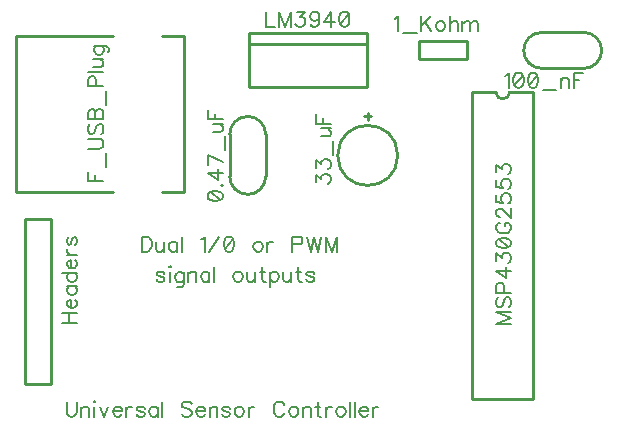
<source format=gto>
G04 DipTrace 3.2.0.1*
G04 TopSilk.gto*
%MOIN*%
G04 #@! TF.FileFunction,Legend,Top*
G04 #@! TF.Part,Single*
%ADD10C,0.009843*%
%ADD56C,0.00772*%
%FSLAX26Y26*%
G04*
G70*
G90*
G75*
G01*
G04 TopSilk*
%LPD*%
X1183701Y1413641D2*
D10*
Y1273761D1*
X1303701Y1413641D2*
Y1273761D1*
X1183701D2*
G03X1303701Y1273761I60000J-60D01*
G01*
Y1413641D2*
G03X1183701Y1413641I-60000J60D01*
G01*
X2363641Y1753701D2*
X2223761D1*
X2363641Y1633701D2*
X2223761D1*
Y1753701D2*
G03X2223761Y1633701I-60J-60000D01*
G01*
X2363641D2*
G03X2363641Y1753701I60J60000D01*
G01*
X1813551Y1723701D2*
Y1663701D1*
X1973851Y1723701D2*
X1813551D1*
X1973851D2*
Y1663701D1*
X1813551D1*
X1631881Y1473582D2*
X1655521D1*
X1643701Y1485401D2*
Y1461787D1*
X1543701Y1343671D2*
G02X1543701Y1343671I100000J0D01*
G01*
X472047Y1741365D2*
Y1221628D1*
Y1741365D2*
X795304D1*
X959061D2*
X1032283D1*
Y1221628D1*
X959061D1*
X795304D2*
X472047D1*
X587008Y1133071D2*
Y581890D1*
X500394Y1133071D2*
Y581890D1*
X587008Y1133071D2*
X500394D1*
X587008Y581890D2*
X500394D1*
X1246850Y1750000D2*
X1640551D1*
Y1572835D1*
X1246850D1*
Y1750000D1*
Y1714567D2*
X1640551D1*
X2196067Y1555512D2*
Y531890D1*
X1991334D2*
X2196067D1*
X1991334Y1555512D2*
Y531890D1*
Y1555512D2*
X2070075D1*
X2196067D2*
X2117327D1*
X2070075D2*
G03X2117327Y1555512I23626J83D01*
G01*
X1110533Y1206492D2*
D56*
X1112910Y1199307D1*
X1120095Y1194499D1*
X1132033Y1192122D1*
X1139218D1*
X1151156Y1194499D1*
X1158341Y1199307D1*
X1160718Y1206492D1*
Y1211246D1*
X1158341Y1218431D1*
X1151156Y1223184D1*
X1139218Y1225616D1*
X1132033D1*
X1120095Y1223184D1*
X1112910Y1218431D1*
X1110533Y1211246D1*
Y1206492D1*
X1120095Y1223184D2*
X1151156Y1194499D1*
X1155909Y1243431D2*
X1158341Y1241055D1*
X1160718Y1243431D1*
X1158341Y1245863D1*
X1155909Y1243431D1*
X1160718Y1285234D2*
X1110533D1*
X1143971Y1261303D1*
Y1297172D1*
X1160718Y1322173D2*
X1110533Y1346105D1*
Y1312612D1*
X1169008Y1361544D2*
Y1406976D1*
X1127224Y1422415D2*
X1151156D1*
X1158286Y1424792D1*
X1160718Y1429600D1*
Y1436785D1*
X1158286Y1441538D1*
X1151156Y1448723D1*
X1127224D2*
X1160718D1*
X1110478Y1495279D2*
Y1464163D1*
X1160718D1*
X1134409D2*
Y1483286D1*
X2102212Y1609587D2*
X2107020Y1612019D1*
X2114205Y1619149D1*
Y1568964D1*
X2144015Y1619149D2*
X2136830Y1616772D1*
X2132021Y1609587D1*
X2129645Y1597649D1*
Y1590464D1*
X2132021Y1578526D1*
X2136830Y1571341D1*
X2144015Y1568964D1*
X2148768D1*
X2155953Y1571341D1*
X2160706Y1578526D1*
X2163138Y1590464D1*
Y1597649D1*
X2160706Y1609587D1*
X2155953Y1616772D1*
X2148768Y1619149D1*
X2144015D1*
X2160706Y1609587D2*
X2132021Y1578526D1*
X2192947Y1619149D2*
X2185762Y1616772D1*
X2180954Y1609587D1*
X2178577Y1597649D1*
Y1590464D1*
X2180954Y1578526D1*
X2185762Y1571341D1*
X2192947Y1568964D1*
X2197700D1*
X2204885Y1571341D1*
X2209639Y1578526D1*
X2212071Y1590464D1*
Y1597649D1*
X2209639Y1609587D1*
X2204885Y1616772D1*
X2197700Y1619149D1*
X2192947D1*
X2209639Y1609587D2*
X2180954Y1578526D1*
X2227510Y1560674D2*
X2272941D1*
X2288381Y1602457D2*
Y1568964D1*
Y1592896D2*
X2295566Y1600081D1*
X2300374Y1602457D1*
X2307504D1*
X2312312Y1600081D1*
X2314689Y1592896D1*
Y1568964D1*
X2361245Y1619204D2*
X2330128D1*
Y1568964D1*
Y1595272D2*
X2349251D1*
X1733674Y1799420D2*
X1738482Y1801852D1*
X1745667Y1808981D1*
Y1758797D1*
X1761106Y1750506D2*
X1806538D1*
X1821977Y1809037D2*
Y1758797D1*
X1855471Y1809037D2*
X1821977Y1775543D1*
X1833916Y1787537D2*
X1855471Y1758797D1*
X1882848Y1792290D2*
X1878095Y1789913D1*
X1873286Y1785105D1*
X1870910Y1777920D1*
Y1773167D1*
X1873286Y1765982D1*
X1878095Y1761229D1*
X1882848Y1758797D1*
X1890033D1*
X1894842Y1761229D1*
X1899595Y1765982D1*
X1902027Y1773167D1*
Y1777920D1*
X1899595Y1785105D1*
X1894842Y1789913D1*
X1890033Y1792290D1*
X1882848D1*
X1917466Y1809037D2*
Y1758797D1*
Y1782728D2*
X1924651Y1789913D1*
X1929459Y1792290D1*
X1936644D1*
X1941398Y1789913D1*
X1943774Y1782728D1*
Y1758797D1*
X1959213Y1792290D2*
Y1758797D1*
Y1782728D2*
X1966398Y1789913D1*
X1971207Y1792290D1*
X1978337D1*
X1983145Y1789913D1*
X1985522Y1782728D1*
Y1758797D1*
Y1782728D2*
X1992707Y1789913D1*
X1997515Y1792290D1*
X2004645D1*
X2009453Y1789913D1*
X2011885Y1782728D1*
Y1758797D1*
X1470533Y1253562D2*
Y1279815D1*
X1489656Y1265500D1*
Y1272685D1*
X1492033Y1277439D1*
X1494409Y1279815D1*
X1501595Y1282247D1*
X1506348D1*
X1513533Y1279815D1*
X1518341Y1275062D1*
X1520718Y1267877D1*
Y1260692D1*
X1518341Y1253562D1*
X1515909Y1251186D1*
X1511156Y1248754D1*
X1470533Y1302495D2*
Y1328748D1*
X1489656Y1314433D1*
Y1321618D1*
X1492033Y1326371D1*
X1494409Y1328748D1*
X1501595Y1331180D1*
X1506348D1*
X1513533Y1328748D1*
X1518341Y1323995D1*
X1520718Y1316810D1*
Y1309624D1*
X1518341Y1302495D1*
X1515909Y1300118D1*
X1511156Y1297686D1*
X1529008Y1346619D2*
Y1392050D1*
X1487224Y1407490D2*
X1511156D1*
X1518286Y1409866D1*
X1520718Y1414675D1*
Y1421860D1*
X1518286Y1426613D1*
X1511156Y1433798D1*
X1487224D2*
X1520718D1*
X1470478Y1480354D2*
Y1449237D1*
X1520718D1*
X1494409D2*
Y1468360D1*
X712123Y1289615D2*
Y1258498D1*
X762363D1*
X736055D2*
Y1277621D1*
X770654Y1305054D2*
Y1350485D1*
X712123Y1365925D2*
X747993D1*
X755178Y1368301D1*
X759932Y1373110D1*
X762363Y1380295D1*
Y1385048D1*
X759932Y1392233D1*
X755178Y1397041D1*
X747993Y1399418D1*
X712123D1*
X719308Y1448350D2*
X714500Y1443597D1*
X712123Y1436412D1*
Y1426851D1*
X714500Y1419666D1*
X719308Y1414857D1*
X724062D1*
X728870Y1417289D1*
X731247Y1419666D1*
X733623Y1424419D1*
X738432Y1438789D1*
X740808Y1443597D1*
X743240Y1445974D1*
X747993Y1448350D1*
X755178D1*
X759932Y1443597D1*
X762363Y1436412D1*
Y1426851D1*
X759932Y1419666D1*
X755178Y1414857D1*
X712123Y1463790D2*
X762363D1*
Y1485345D1*
X759932Y1492530D1*
X757555Y1494906D1*
X752802Y1497283D1*
X745617D1*
X740808Y1494906D1*
X738432Y1492530D1*
X736055Y1485345D1*
X733623Y1492530D1*
X731247Y1494906D1*
X726493Y1497283D1*
X721685D1*
X716932Y1494906D1*
X714500Y1492530D1*
X712123Y1485345D1*
Y1463790D1*
X736055D2*
Y1485345D1*
X770654Y1512722D2*
Y1558154D1*
X738432Y1573593D2*
Y1595148D1*
X736055Y1602278D1*
X733623Y1604710D1*
X728870Y1607086D1*
X721685D1*
X716932Y1604710D1*
X714500Y1602278D1*
X712123Y1595148D1*
Y1573593D1*
X762363D1*
X712123Y1622526D2*
X762363D1*
X728870Y1637965D2*
X752802D1*
X759932Y1640341D1*
X762363Y1645150D1*
Y1652335D1*
X759932Y1657088D1*
X752802Y1664273D1*
X728870D2*
X762363D1*
X731247Y1708397D2*
X769548D1*
X776678Y1706021D1*
X779110Y1703644D1*
X781487Y1698836D1*
Y1691651D1*
X779110Y1686897D1*
X738432Y1708397D2*
X733679Y1703644D1*
X731247Y1698836D1*
Y1691651D1*
X733679Y1686897D1*
X738432Y1682089D1*
X745617Y1679712D1*
X750425D1*
X757555Y1682089D1*
X762363Y1686897D1*
X764740Y1691651D1*
Y1698836D1*
X762363Y1703644D1*
X757555Y1708397D1*
X625217Y785554D2*
X675457D1*
X625217Y819047D2*
X675457D1*
X649149Y785554D2*
Y819047D1*
X656334Y834486D2*
Y863171D1*
X651526D1*
X646717Y860794D1*
X644341Y858418D1*
X641964Y853609D1*
Y846424D1*
X644341Y841671D1*
X649149Y836863D1*
X656334Y834486D1*
X661087D1*
X668272Y836863D1*
X673025Y841671D1*
X675457Y846424D1*
Y853609D1*
X673025Y858418D1*
X668272Y863171D1*
X641964Y907295D2*
X675457D1*
X649149D2*
X644341Y902542D1*
X641964Y897733D1*
Y890604D1*
X644341Y885795D1*
X649149Y881042D1*
X656334Y878610D1*
X661087D1*
X668272Y881042D1*
X673025Y885795D1*
X675457Y890604D1*
Y897733D1*
X673025Y902542D1*
X668272Y907295D1*
X625217Y951419D2*
X675457D1*
X649149D2*
X644341Y946666D1*
X641964Y941857D1*
Y934672D1*
X644341Y929919D1*
X649149Y925111D1*
X656334Y922734D1*
X661087D1*
X668272Y925111D1*
X673025Y929919D1*
X675457Y934672D1*
Y941857D1*
X673025Y946666D1*
X668272Y951419D1*
X656334Y966858D2*
Y995543D1*
X651526D1*
X646717Y993167D1*
X644341Y990790D1*
X641964Y985982D1*
Y978797D1*
X644341Y974043D1*
X649149Y969235D1*
X656334Y966858D1*
X661087D1*
X668272Y969235D1*
X673025Y974043D1*
X675457Y978797D1*
Y985982D1*
X673025Y990790D1*
X668272Y995543D1*
X641964Y1010983D2*
X675457Y1010982D1*
X656334D2*
X649149Y1013414D1*
X644341Y1018168D1*
X641964Y1022976D1*
Y1030161D1*
X649149Y1071909D2*
X644341Y1069532D1*
X641964Y1062347D1*
Y1055162D1*
X644341Y1047977D1*
X649149Y1045600D1*
X653902Y1047977D1*
X656334Y1052785D1*
X658711Y1064724D1*
X661087Y1069532D1*
X665896Y1071909D1*
X668272D1*
X673025Y1069532D1*
X675457Y1062347D1*
Y1055162D1*
X673025Y1047977D1*
X668272Y1045600D1*
X1304650Y1823223D2*
Y1772983D1*
X1333335D1*
X1387021D2*
Y1823223D1*
X1367898Y1772983D1*
X1348774Y1823223D1*
Y1772983D1*
X1407269Y1823168D2*
X1433522D1*
X1419207Y1804045D1*
X1426392D1*
X1431145Y1801668D1*
X1433522Y1799291D1*
X1435954Y1792106D1*
Y1787353D1*
X1433522Y1780168D1*
X1428768Y1775360D1*
X1421583Y1772983D1*
X1414398D1*
X1407269Y1775360D1*
X1404892Y1777792D1*
X1402460Y1782545D1*
X1482510Y1806476D2*
X1480078Y1799291D1*
X1475324Y1794483D1*
X1468139Y1792106D1*
X1465763D1*
X1458578Y1794483D1*
X1453825Y1799291D1*
X1451393Y1806476D1*
Y1808853D1*
X1453825Y1816038D1*
X1458578Y1820791D1*
X1465763Y1823168D1*
X1468139D1*
X1475324Y1820791D1*
X1480078Y1816038D1*
X1482510Y1806476D1*
Y1794483D1*
X1480078Y1782545D1*
X1475324Y1775360D1*
X1468139Y1772983D1*
X1463386D1*
X1456201Y1775360D1*
X1453825Y1780168D1*
X1521880Y1772983D2*
Y1823168D1*
X1497949Y1789730D1*
X1533819D1*
X1563628Y1823168D2*
X1556443Y1820791D1*
X1551635Y1813606D1*
X1549258Y1801668D1*
Y1794483D1*
X1551635Y1782545D1*
X1556443Y1775360D1*
X1563628Y1772983D1*
X1568381D1*
X1575566Y1775360D1*
X1580319Y1782545D1*
X1582751Y1794483D1*
Y1801668D1*
X1580319Y1813606D1*
X1575566Y1820791D1*
X1568381Y1823168D1*
X1563628D1*
X1580319Y1813606D2*
X1551635Y1782545D1*
X2121844Y821428D2*
X2071604D1*
X2121844Y802304D1*
X2071604Y783181D1*
X2121844D1*
X2078789Y870360D2*
X2073980Y865607D1*
X2071604Y858422D1*
Y848860D1*
X2073980Y841675D1*
X2078789Y836867D1*
X2083542D1*
X2088350Y839299D1*
X2090727Y841675D1*
X2093104Y846429D1*
X2097912Y860799D1*
X2100289Y865607D1*
X2102720Y867984D1*
X2107474Y870360D1*
X2114659D1*
X2119412Y865607D1*
X2121844Y858422D1*
Y848860D1*
X2119412Y841675D1*
X2114659Y836867D1*
X2097912Y885799D2*
Y907355D1*
X2095535Y914484D1*
X2093104Y916916D1*
X2088350Y919293D1*
X2081165D1*
X2076412Y916916D1*
X2073980Y914484D1*
X2071604Y907355D1*
Y885799D1*
X2121844D1*
Y958664D2*
X2071659D1*
X2105097Y934732D1*
Y970602D1*
X2071659Y990850D2*
Y1017103D1*
X2090782Y1002788D1*
Y1009973D1*
X2093159Y1014726D1*
X2095535Y1017103D1*
X2102720Y1019535D1*
X2107474D1*
X2114659Y1017103D1*
X2119467Y1012349D1*
X2121844Y1005164D1*
Y997979D1*
X2119467Y990850D1*
X2117035Y988473D1*
X2112282Y986041D1*
X2071659Y1049344D2*
X2074036Y1042159D1*
X2081221Y1037350D1*
X2093159Y1034974D1*
X2100344D1*
X2112282Y1037350D1*
X2119467Y1042159D1*
X2121844Y1049344D1*
Y1054097D1*
X2119467Y1061282D1*
X2112282Y1066035D1*
X2100344Y1068467D1*
X2093159D1*
X2081221Y1066035D1*
X2074036Y1061282D1*
X2071659Y1054097D1*
Y1049344D1*
X2081221Y1066035D2*
X2112282Y1037350D1*
X2083542Y1119776D2*
X2078789Y1117400D1*
X2073980Y1112591D1*
X2071604Y1107838D1*
Y1098276D1*
X2073980Y1093468D1*
X2078789Y1088715D1*
X2083542Y1086283D1*
X2090727Y1083906D1*
X2102720D1*
X2109850Y1086283D1*
X2114659Y1088715D1*
X2119412Y1093468D1*
X2121844Y1098276D1*
Y1107838D1*
X2119412Y1112591D1*
X2114659Y1117400D1*
X2109850Y1119776D1*
X2102720D1*
Y1107838D1*
X2083597Y1137647D2*
X2081221D1*
X2076412Y1140024D1*
X2074036Y1142401D1*
X2071659Y1147209D1*
Y1156771D1*
X2074036Y1161524D1*
X2076412Y1163900D1*
X2081221Y1166332D1*
X2085974D1*
X2090782Y1163900D1*
X2097912Y1159147D1*
X2121844Y1135216D1*
Y1168709D1*
X2071659Y1212833D2*
Y1188957D1*
X2093159Y1186580D1*
X2090782Y1188957D1*
X2088350Y1196142D1*
Y1203271D1*
X2090782Y1210456D1*
X2095535Y1215265D1*
X2102720Y1217641D1*
X2107474D1*
X2114659Y1215265D1*
X2119467Y1210456D1*
X2121844Y1203271D1*
Y1196142D1*
X2119467Y1188957D1*
X2117035Y1186580D1*
X2112282Y1184148D1*
X2071659Y1261766D2*
Y1237889D1*
X2093159Y1235513D1*
X2090782Y1237889D1*
X2088350Y1245074D1*
Y1252204D1*
X2090782Y1259389D1*
X2095535Y1264197D1*
X2102720Y1266574D1*
X2107474D1*
X2114659Y1264197D1*
X2119467Y1259389D1*
X2121844Y1252204D1*
Y1245074D1*
X2119467Y1237889D1*
X2117035Y1235513D1*
X2112282Y1233081D1*
X2071659Y1286822D2*
Y1313075D1*
X2090782Y1298760D1*
Y1305945D1*
X2093159Y1310698D1*
X2095535Y1313075D1*
X2102720Y1315507D1*
X2107474D1*
X2114659Y1313075D1*
X2119467Y1308322D1*
X2121844Y1301137D1*
Y1293951D1*
X2119467Y1286822D1*
X2117035Y1284445D1*
X2112282Y1282013D1*
X639841Y523057D2*
Y487187D1*
X642218Y480002D1*
X647026Y475249D1*
X654212Y472817D1*
X658965D1*
X666150Y475249D1*
X670958Y480002D1*
X673335Y487187D1*
Y523057D1*
X688774Y506310D2*
Y472817D1*
Y496749D2*
X695959Y503934D1*
X700768Y506310D1*
X707897D1*
X712706Y503934D1*
X715082Y496749D1*
Y472817D1*
X730522Y523057D2*
X732898Y520680D1*
X735330Y523057D1*
X732898Y525489D1*
X730522Y523057D1*
X732898Y506310D2*
Y472817D1*
X750769Y506310D2*
X765139Y472817D1*
X779454Y506310D1*
X794893Y491940D2*
X823578D1*
Y496749D1*
X821202Y501557D1*
X818825Y503934D1*
X814017Y506310D1*
X806832D1*
X802078Y503934D1*
X797270Y499125D1*
X794893Y491940D1*
Y487187D1*
X797270Y480002D1*
X802078Y475249D1*
X806832Y472817D1*
X814017D1*
X818825Y475249D1*
X823578Y480002D1*
X839018Y506310D2*
Y472817D1*
Y491940D2*
X841449Y499125D1*
X846203Y503934D1*
X851011Y506310D1*
X858196D1*
X899944Y499125D2*
X897567Y503934D1*
X890382Y506310D1*
X883197D1*
X876012Y503934D1*
X873635Y499125D1*
X876012Y494372D1*
X880820Y491940D1*
X892759Y489564D1*
X897567Y487187D1*
X899944Y482379D1*
Y480002D1*
X897567Y475249D1*
X890382Y472817D1*
X883197D1*
X876012Y475249D1*
X873635Y480002D1*
X944068Y506310D2*
Y472817D1*
Y499125D2*
X939315Y503934D1*
X934506Y506310D1*
X927376D1*
X922568Y503934D1*
X917815Y499125D1*
X915383Y491940D1*
Y487187D1*
X917815Y480002D1*
X922568Y475249D1*
X927376Y472817D1*
X934506D1*
X939315Y475249D1*
X944068Y480002D1*
X959507Y523057D2*
Y472817D1*
X1057041Y515872D2*
X1052287Y520680D1*
X1045102Y523057D1*
X1035541D1*
X1028356Y520680D1*
X1023547Y515872D1*
Y511119D1*
X1025979Y506310D1*
X1028356Y503934D1*
X1033109Y501557D1*
X1047479Y496749D1*
X1052287Y494372D1*
X1054664Y491940D1*
X1057041Y487187D1*
Y480002D1*
X1052287Y475249D1*
X1045102Y472817D1*
X1035541D1*
X1028356Y475249D1*
X1023547Y480002D1*
X1072480Y491940D2*
X1101165D1*
Y496749D1*
X1098788Y501557D1*
X1096411Y503934D1*
X1091603Y506310D1*
X1084418D1*
X1079665Y503934D1*
X1074856Y499125D1*
X1072480Y491940D1*
Y487187D1*
X1074856Y480002D1*
X1079665Y475249D1*
X1084418Y472817D1*
X1091603D1*
X1096411Y475249D1*
X1101165Y480002D1*
X1116604Y506310D2*
Y472817D1*
Y496749D2*
X1123789Y503934D1*
X1128597Y506310D1*
X1135727D1*
X1140536Y503934D1*
X1142912Y496749D1*
Y472817D1*
X1184660Y499125D2*
X1182283Y503934D1*
X1175098Y506310D1*
X1167913D1*
X1160728Y503934D1*
X1158351Y499125D1*
X1160728Y494372D1*
X1165537Y491940D1*
X1177475Y489564D1*
X1182283Y487187D1*
X1184660Y482379D1*
Y480002D1*
X1182283Y475249D1*
X1175098Y472817D1*
X1167913D1*
X1160728Y475249D1*
X1158351Y480002D1*
X1212037Y506310D2*
X1207284Y503934D1*
X1202476Y499125D1*
X1200099Y491940D1*
Y487187D1*
X1202476Y480002D1*
X1207284Y475249D1*
X1212037Y472817D1*
X1219222D1*
X1224031Y475249D1*
X1228784Y480002D1*
X1231216Y487187D1*
Y491940D1*
X1228784Y499125D1*
X1224031Y503934D1*
X1219222Y506310D1*
X1212037D1*
X1246655D2*
Y472817D1*
Y491940D2*
X1249087Y499125D1*
X1253840Y503934D1*
X1258648Y506310D1*
X1265834D1*
X1365744Y511119D2*
X1363367Y515872D1*
X1358559Y520680D1*
X1353805Y523057D1*
X1344244D1*
X1339435Y520680D1*
X1334682Y515872D1*
X1332250Y511119D1*
X1329874Y503934D1*
Y491940D1*
X1332250Y484811D1*
X1334682Y480002D1*
X1339435Y475249D1*
X1344244Y472817D1*
X1353805D1*
X1358559Y475249D1*
X1363367Y480002D1*
X1365744Y484811D1*
X1393121Y506310D2*
X1388368Y503934D1*
X1383560Y499125D1*
X1381183Y491940D1*
Y487187D1*
X1383560Y480002D1*
X1388368Y475249D1*
X1393121Y472817D1*
X1400306D1*
X1405115Y475249D1*
X1409868Y480002D1*
X1412300Y487187D1*
Y491940D1*
X1409868Y499125D1*
X1405115Y503934D1*
X1400306Y506310D1*
X1393121D1*
X1427739D2*
Y472817D1*
Y496749D2*
X1434924Y503934D1*
X1439732Y506310D1*
X1446862D1*
X1451671Y503934D1*
X1454047Y496749D1*
Y472817D1*
X1476671Y523057D2*
Y482379D1*
X1479048Y475249D1*
X1483857Y472817D1*
X1488610D1*
X1469486Y506310D2*
X1486233D1*
X1504049D2*
Y472817D1*
Y491940D2*
X1506481Y499125D1*
X1511234Y503934D1*
X1516042Y506310D1*
X1523227D1*
X1550605D2*
X1545852Y503934D1*
X1541043Y499125D1*
X1538667Y491940D1*
Y487187D1*
X1541043Y480002D1*
X1545852Y475249D1*
X1550605Y472817D1*
X1557790D1*
X1562598Y475249D1*
X1567352Y480002D1*
X1569783Y487187D1*
Y491940D1*
X1567352Y499125D1*
X1562598Y503934D1*
X1557790Y506310D1*
X1550605D1*
X1585223Y523057D2*
Y472817D1*
X1600662Y523057D2*
Y472817D1*
X1616101Y491940D2*
X1644786D1*
Y496749D1*
X1642410Y501557D1*
X1640033Y503934D1*
X1635224Y506310D1*
X1628039D1*
X1623286Y503934D1*
X1618478Y499125D1*
X1616101Y491940D1*
Y487187D1*
X1618478Y480002D1*
X1623286Y475249D1*
X1628039Y472817D1*
X1635224D1*
X1640033Y475249D1*
X1644786Y480002D1*
X1660225Y506310D2*
Y472817D1*
Y491940D2*
X1662657Y499125D1*
X1667410Y503934D1*
X1672219Y506310D1*
X1679404D1*
X889841Y1073057D2*
Y1022817D1*
X906588D1*
X913773Y1025249D1*
X918582Y1030002D1*
X920958Y1034811D1*
X923335Y1041940D1*
Y1053934D1*
X920958Y1061119D1*
X918582Y1065872D1*
X913773Y1070680D1*
X906588Y1073057D1*
X889841D1*
X938774Y1056310D2*
Y1032379D1*
X941151Y1025249D1*
X945959Y1022817D1*
X953144D1*
X957897Y1025249D1*
X965082Y1032379D1*
Y1056310D2*
Y1022817D1*
X1009206Y1056310D2*
Y1022817D1*
Y1049125D2*
X1004453Y1053934D1*
X999645Y1056310D1*
X992515D1*
X987707Y1053934D1*
X982953Y1049125D1*
X980522Y1041940D1*
Y1037187D1*
X982953Y1030002D1*
X987707Y1025249D1*
X992515Y1022817D1*
X999645D1*
X1004453Y1025249D1*
X1009206Y1030002D1*
X1024646Y1073057D2*
Y1022817D1*
X1088686Y1063440D2*
X1093494Y1065872D1*
X1100679Y1073002D1*
Y1022817D1*
X1116119D2*
X1149612Y1073002D1*
X1179421D2*
X1172236Y1070625D1*
X1167428Y1063440D1*
X1165051Y1051502D1*
Y1044317D1*
X1167428Y1032379D1*
X1172236Y1025194D1*
X1179421Y1022817D1*
X1184174D1*
X1191360Y1025194D1*
X1196113Y1032379D1*
X1198545Y1044317D1*
Y1051502D1*
X1196113Y1063440D1*
X1191360Y1070625D1*
X1184174Y1073002D1*
X1179421D1*
X1196113Y1063440D2*
X1167428Y1032379D1*
X1274523Y1056310D2*
X1269770Y1053934D1*
X1264961Y1049125D1*
X1262585Y1041940D1*
Y1037187D1*
X1264961Y1030002D1*
X1269770Y1025249D1*
X1274523Y1022817D1*
X1281708D1*
X1286516Y1025249D1*
X1291270Y1030002D1*
X1293702Y1037187D1*
Y1041940D1*
X1291270Y1049125D1*
X1286516Y1053934D1*
X1281708Y1056310D1*
X1274523D1*
X1309141D2*
Y1022817D1*
Y1041940D2*
X1311573Y1049125D1*
X1316326Y1053934D1*
X1321134Y1056310D1*
X1328319D1*
X1392360Y1046749D2*
X1413915D1*
X1421044Y1049125D1*
X1423476Y1051557D1*
X1425853Y1056310D1*
Y1063495D1*
X1423476Y1068249D1*
X1421044Y1070680D1*
X1413915Y1073057D1*
X1392360D1*
Y1022817D1*
X1441292Y1073057D2*
X1453286Y1022817D1*
X1465224Y1073057D1*
X1477162Y1022817D1*
X1489156Y1073057D1*
X1542841Y1022817D2*
Y1073057D1*
X1523718Y1022817D1*
X1504595Y1073057D1*
Y1022817D1*
X966150Y949125D2*
X963773Y953934D1*
X956588Y956310D1*
X949403D1*
X942218Y953934D1*
X939841Y949125D1*
X942218Y944372D1*
X947026Y941940D1*
X958965Y939564D1*
X963773Y937187D1*
X966150Y932379D1*
Y930002D1*
X963773Y925249D1*
X956588Y922817D1*
X949403D1*
X942218Y925249D1*
X939841Y930002D1*
X981589Y973057D2*
X983966Y970680D1*
X986397Y973057D1*
X983966Y975489D1*
X981589Y973057D1*
X983966Y956310D2*
Y922817D1*
X1030522Y953934D2*
Y915632D1*
X1028145Y908502D1*
X1025768Y906070D1*
X1020960Y903694D1*
X1013775D1*
X1009022Y906070D1*
X1030522Y946749D2*
X1025768Y951502D1*
X1020960Y953934D1*
X1013775D1*
X1009022Y951502D1*
X1004213Y946749D1*
X1001837Y939564D1*
Y934755D1*
X1004213Y927626D1*
X1009022Y922817D1*
X1013775Y920440D1*
X1020960D1*
X1025768Y922817D1*
X1030522Y927626D1*
X1045961Y956310D2*
Y922817D1*
Y946749D2*
X1053146Y953934D1*
X1057954Y956310D1*
X1065084D1*
X1069893Y953934D1*
X1072269Y946749D1*
Y922817D1*
X1116393Y956310D2*
Y922817D1*
Y949125D2*
X1111640Y953934D1*
X1106832Y956310D1*
X1099702D1*
X1094893Y953934D1*
X1090140Y949125D1*
X1087708Y941940D1*
Y937187D1*
X1090140Y930002D1*
X1094893Y925249D1*
X1099702Y922817D1*
X1106832D1*
X1111640Y925249D1*
X1116393Y930002D1*
X1131832Y973057D2*
Y922817D1*
X1207811Y956310D2*
X1203058Y953934D1*
X1198249Y949125D1*
X1195873Y941940D1*
Y937187D1*
X1198249Y930002D1*
X1203058Y925249D1*
X1207811Y922817D1*
X1214996D1*
X1219804Y925249D1*
X1224558Y930002D1*
X1226989Y937187D1*
Y941940D1*
X1224558Y949125D1*
X1219804Y953934D1*
X1214996Y956310D1*
X1207811D1*
X1242429D2*
Y932379D1*
X1244805Y925249D1*
X1249614Y922817D1*
X1256799D1*
X1261552Y925249D1*
X1268737Y932379D1*
Y956310D2*
Y922817D1*
X1291361Y973057D2*
Y932379D1*
X1293738Y925249D1*
X1298546Y922817D1*
X1303300D1*
X1284176Y956310D2*
X1300923D1*
X1318739D2*
Y906070D1*
Y949125D2*
X1323547Y953879D1*
X1328300Y956310D1*
X1335485D1*
X1340294Y953879D1*
X1345047Y949125D1*
X1347479Y941940D1*
Y937132D1*
X1345047Y930002D1*
X1340294Y925194D1*
X1335485Y922817D1*
X1328300D1*
X1323547Y925194D1*
X1318739Y930002D1*
X1362918Y956310D2*
Y932379D1*
X1365295Y925249D1*
X1370103Y922817D1*
X1377288D1*
X1382041Y925249D1*
X1389226Y932379D1*
Y956310D2*
Y922817D1*
X1411851Y973057D2*
Y932379D1*
X1414227Y925249D1*
X1419036Y922817D1*
X1423789D1*
X1404666Y956310D2*
X1421412D1*
X1465537Y949125D2*
X1463160Y953934D1*
X1455975Y956310D1*
X1448790D1*
X1441605Y953934D1*
X1439228Y949125D1*
X1441605Y944372D1*
X1446413Y941940D1*
X1458351Y939564D1*
X1463160Y937187D1*
X1465537Y932379D1*
Y930002D1*
X1463160Y925249D1*
X1455975Y922817D1*
X1448790D1*
X1441605Y925249D1*
X1439228Y930002D1*
M02*

</source>
